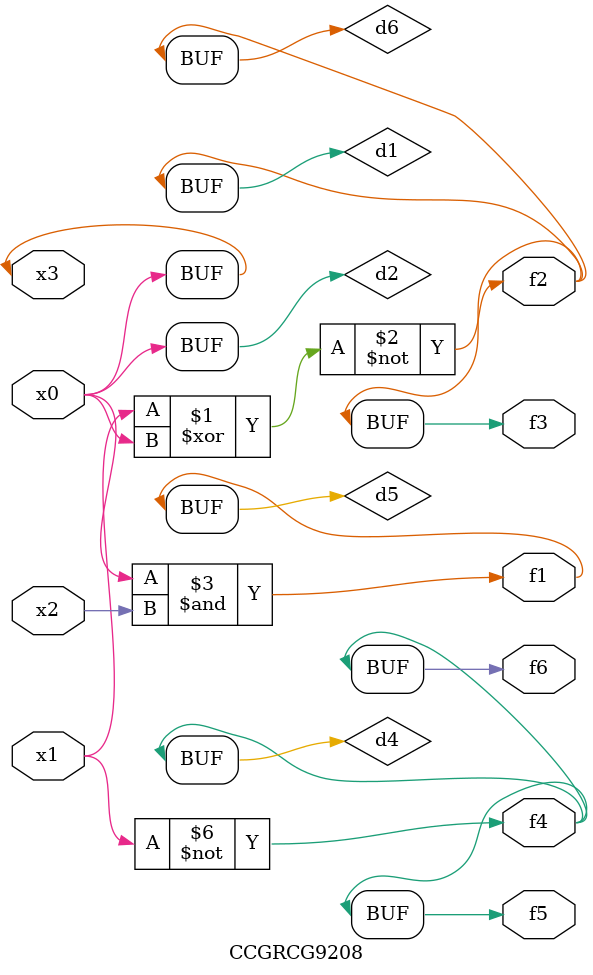
<source format=v>
module CCGRCG9208(
	input x0, x1, x2, x3,
	output f1, f2, f3, f4, f5, f6
);

	wire d1, d2, d3, d4, d5, d6;

	xnor (d1, x1, x3);
	buf (d2, x0, x3);
	nand (d3, x0, x2);
	not (d4, x1);
	nand (d5, d3);
	or (d6, d1);
	assign f1 = d5;
	assign f2 = d6;
	assign f3 = d6;
	assign f4 = d4;
	assign f5 = d4;
	assign f6 = d4;
endmodule

</source>
